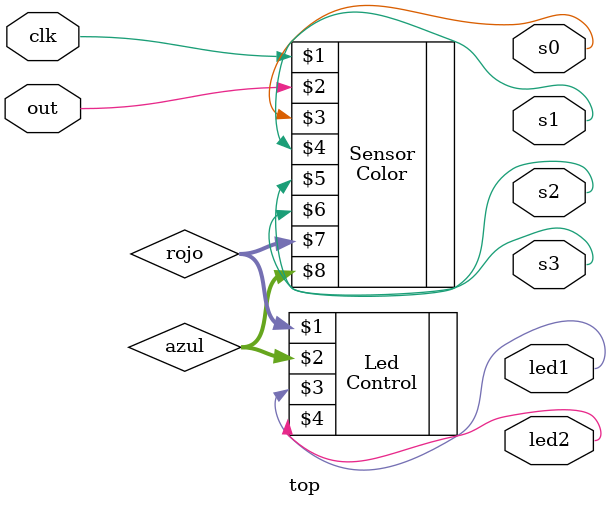
<source format=v>
module top(
	input clk,
	input out,
	output s0,
	output s1,
	output s2,
	output s3,
	output led1,
	output led2,
);

wire [22:0]rojo;
wire [22:0]azul;

Color Sensor(clk, out, s0, s1, s2, s3, rojo, azul);
Control Led(rojo, azul, led1, led2);

endmodule


</source>
